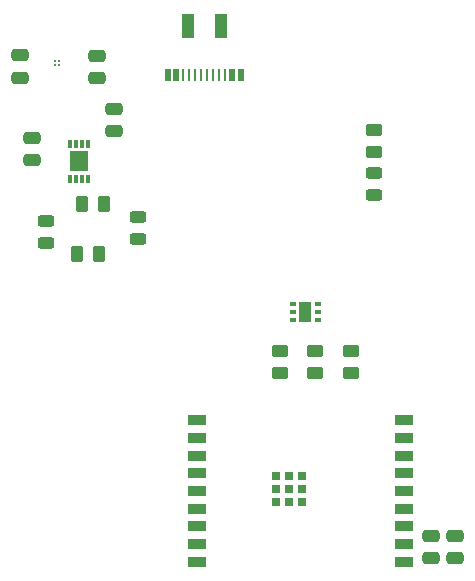
<source format=gbr>
%TF.GenerationSoftware,KiCad,Pcbnew,8.0.6*%
%TF.CreationDate,2024-10-24T11:44:03+02:00*%
%TF.ProjectId,IoT_Kicad_MP,496f545f-4b69-4636-9164-5f4d502e6b69,rev?*%
%TF.SameCoordinates,Original*%
%TF.FileFunction,Paste,Top*%
%TF.FilePolarity,Positive*%
%FSLAX46Y46*%
G04 Gerber Fmt 4.6, Leading zero omitted, Abs format (unit mm)*
G04 Created by KiCad (PCBNEW 8.0.6) date 2024-10-24 11:44:03*
%MOMM*%
%LPD*%
G01*
G04 APERTURE LIST*
G04 Aperture macros list*
%AMRoundRect*
0 Rectangle with rounded corners*
0 $1 Rounding radius*
0 $2 $3 $4 $5 $6 $7 $8 $9 X,Y pos of 4 corners*
0 Add a 4 corners polygon primitive as box body*
4,1,4,$2,$3,$4,$5,$6,$7,$8,$9,$2,$3,0*
0 Add four circle primitives for the rounded corners*
1,1,$1+$1,$2,$3*
1,1,$1+$1,$4,$5*
1,1,$1+$1,$6,$7*
1,1,$1+$1,$8,$9*
0 Add four rect primitives between the rounded corners*
20,1,$1+$1,$2,$3,$4,$5,0*
20,1,$1+$1,$4,$5,$6,$7,0*
20,1,$1+$1,$6,$7,$8,$9,0*
20,1,$1+$1,$8,$9,$2,$3,0*%
G04 Aperture macros list end*
%ADD10R,0.300000X0.800000*%
%ADD11R,1.550000X1.750000*%
%ADD12R,0.600000X0.350000*%
%ADD13R,1.100000X1.700000*%
%ADD14R,0.165000X0.165000*%
%ADD15RoundRect,0.250000X-0.450000X0.262500X-0.450000X-0.262500X0.450000X-0.262500X0.450000X0.262500X0*%
%ADD16R,1.000000X2.000000*%
%ADD17R,0.520000X1.000000*%
%ADD18R,0.270000X1.000000*%
%ADD19R,0.700000X0.700000*%
%ADD20R,1.500000X0.900000*%
%ADD21RoundRect,0.250000X0.262500X0.450000X-0.262500X0.450000X-0.262500X-0.450000X0.262500X-0.450000X0*%
%ADD22RoundRect,0.243750X-0.456250X0.243750X-0.456250X-0.243750X0.456250X-0.243750X0.456250X0.243750X0*%
%ADD23RoundRect,0.243750X0.456250X-0.243750X0.456250X0.243750X-0.456250X0.243750X-0.456250X-0.243750X0*%
%ADD24RoundRect,0.250000X-0.475000X0.250000X-0.475000X-0.250000X0.475000X-0.250000X0.475000X0.250000X0*%
%ADD25RoundRect,0.250000X0.475000X-0.250000X0.475000X0.250000X-0.475000X0.250000X-0.475000X-0.250000X0*%
G04 APERTURE END LIST*
D10*
%TO.C,IC3*%
X107750000Y-63500000D03*
X107250000Y-63500000D03*
X106750000Y-63500000D03*
X106250000Y-63500000D03*
X106250000Y-66500000D03*
X106750000Y-66500000D03*
X107250000Y-66500000D03*
X107750000Y-66500000D03*
D11*
X107000000Y-65000000D03*
%TD*%
D12*
%TO.C,IC2*%
X127224000Y-78386500D03*
X127224000Y-77736500D03*
X127224000Y-77086500D03*
X125124000Y-77086500D03*
X125124000Y-77736500D03*
X125124000Y-78386500D03*
D13*
X126174000Y-77736500D03*
%TD*%
D14*
%TO.C,IC1*%
X105000000Y-56500000D03*
X105350000Y-56500000D03*
X105000000Y-56850000D03*
X105350000Y-56850000D03*
%TD*%
D15*
%TO.C,R6*%
X132000000Y-62375000D03*
X132000000Y-64200000D03*
%TD*%
D16*
%TO.C,J2*%
X119000000Y-53500000D03*
X116200000Y-53500000D03*
D17*
X120700000Y-57700000D03*
X119950000Y-57700000D03*
D18*
X119350000Y-57700000D03*
X117850000Y-57700000D03*
X116850000Y-57700000D03*
X115850000Y-57700000D03*
D17*
X115250000Y-57700000D03*
X114500000Y-57700000D03*
X114500000Y-57700000D03*
X115250000Y-57700000D03*
D18*
X116350000Y-57700000D03*
X117350000Y-57700000D03*
X118350000Y-57700000D03*
X118850000Y-57700000D03*
D17*
X119950000Y-57700000D03*
X120700000Y-57700000D03*
%TD*%
D19*
%TO.C,U1*%
X125900000Y-93800000D03*
X125900000Y-92700000D03*
X125900000Y-91600000D03*
X124800000Y-93800000D03*
X124800000Y-92700000D03*
X124800000Y-91600000D03*
X123700000Y-93800000D03*
X123700000Y-92700000D03*
X123700000Y-91600000D03*
D20*
X134510000Y-98900000D03*
X134510000Y-97400000D03*
X134510000Y-95900000D03*
X134510000Y-94400000D03*
X134510000Y-92900000D03*
X134510000Y-91400000D03*
X134510000Y-89900000D03*
X134510000Y-88400000D03*
X134510000Y-86900000D03*
X117010000Y-86900000D03*
X117010000Y-88400000D03*
X117010000Y-89900000D03*
X117010000Y-91400000D03*
X117010000Y-92900000D03*
X117010000Y-94400000D03*
X117010000Y-95900000D03*
X117010000Y-97400000D03*
X117010000Y-98900000D03*
%TD*%
D15*
%TO.C,R5*%
X130000000Y-81087500D03*
X130000000Y-82912500D03*
%TD*%
D21*
%TO.C,R4*%
X108700000Y-72800000D03*
X106875000Y-72800000D03*
%TD*%
D15*
%TO.C,R3*%
X124000000Y-81087500D03*
X124000000Y-82912500D03*
%TD*%
%TO.C,R2*%
X127000000Y-81087500D03*
X127000000Y-82912500D03*
%TD*%
D21*
%TO.C,R1*%
X109100000Y-68600000D03*
X107275000Y-68600000D03*
%TD*%
D22*
%TO.C,D3*%
X104200000Y-70000000D03*
X104200000Y-71875000D03*
%TD*%
D23*
%TO.C,D2*%
X132000000Y-65962500D03*
X132000000Y-67837500D03*
%TD*%
%TO.C,D1*%
X112000000Y-71537500D03*
X112000000Y-69662500D03*
%TD*%
D24*
%TO.C,C6*%
X103000000Y-63000000D03*
X103000000Y-64900000D03*
%TD*%
D25*
%TO.C,C5*%
X110000000Y-62450000D03*
X110000000Y-60550000D03*
%TD*%
%TO.C,C4*%
X138865421Y-98585333D03*
X138865421Y-96685333D03*
%TD*%
%TO.C,C3*%
X136800000Y-98600000D03*
X136800000Y-96700000D03*
%TD*%
D24*
%TO.C,C2*%
X108500000Y-56050000D03*
X108500000Y-57950000D03*
%TD*%
%TO.C,C1*%
X102000000Y-56000000D03*
X102000000Y-57900000D03*
%TD*%
M02*

</source>
